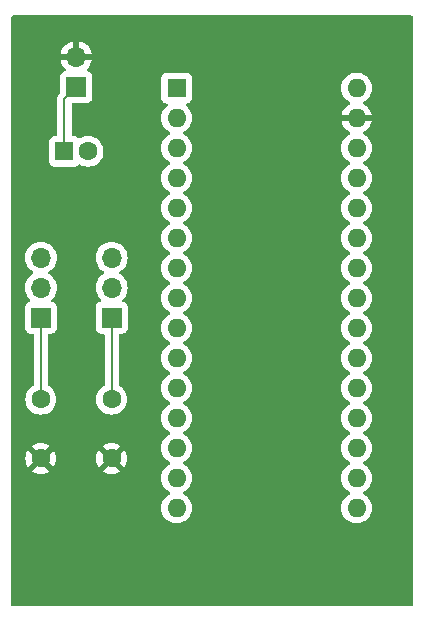
<source format=gbl>
G04 #@! TF.GenerationSoftware,KiCad,Pcbnew,8.0.4*
G04 #@! TF.CreationDate,2024-10-22T19:27:37-07:00*
G04 #@! TF.ProjectId,Valve,56616c76-652e-46b6-9963-61645f706362,rev?*
G04 #@! TF.SameCoordinates,Original*
G04 #@! TF.FileFunction,Copper,L4,Bot*
G04 #@! TF.FilePolarity,Positive*
%FSLAX46Y46*%
G04 Gerber Fmt 4.6, Leading zero omitted, Abs format (unit mm)*
G04 Created by KiCad (PCBNEW 8.0.4) date 2024-10-22 19:27:37*
%MOMM*%
%LPD*%
G01*
G04 APERTURE LIST*
G04 #@! TA.AperFunction,ComponentPad*
%ADD10R,1.700000X1.700000*%
G04 #@! TD*
G04 #@! TA.AperFunction,ComponentPad*
%ADD11O,1.700000X1.700000*%
G04 #@! TD*
G04 #@! TA.AperFunction,ComponentPad*
%ADD12C,1.600000*%
G04 #@! TD*
G04 #@! TA.AperFunction,ComponentPad*
%ADD13R,1.600000X1.600000*%
G04 #@! TD*
G04 #@! TA.AperFunction,ComponentPad*
%ADD14O,1.600000X1.600000*%
G04 #@! TD*
G04 #@! TA.AperFunction,Conductor*
%ADD15C,0.200000*%
G04 #@! TD*
G04 APERTURE END LIST*
D10*
X129000000Y-101080000D03*
D11*
X129000000Y-98540000D03*
X129000000Y-96000000D03*
D12*
X135000000Y-108000000D03*
X135000000Y-113000000D03*
D13*
X131000000Y-87000000D03*
D12*
X133000000Y-87000000D03*
X129000000Y-108000000D03*
X129000000Y-113000000D03*
D10*
X135000000Y-101080000D03*
D11*
X135000000Y-98540000D03*
X135000000Y-96000000D03*
D14*
X155740000Y-81640000D03*
X155740000Y-84180000D03*
X155740000Y-86720000D03*
X155740000Y-89260000D03*
X155740000Y-91800000D03*
X155740000Y-94340000D03*
X155740000Y-96880000D03*
X155740000Y-99420000D03*
X155740000Y-101960000D03*
X155740000Y-104500000D03*
X155740000Y-107040000D03*
X155740000Y-109580000D03*
X155740000Y-112120000D03*
X155740000Y-114660000D03*
X155740000Y-117200000D03*
X140500000Y-117200000D03*
X140500000Y-114660000D03*
X140500000Y-112120000D03*
X140500000Y-109580000D03*
X140500000Y-107040000D03*
X140500000Y-104500000D03*
X140500000Y-101960000D03*
X140500000Y-99420000D03*
X140500000Y-96880000D03*
X140500000Y-94340000D03*
X140500000Y-91800000D03*
X140500000Y-89260000D03*
X140500000Y-86720000D03*
X140500000Y-84180000D03*
D13*
X140500000Y-81640000D03*
D10*
X132000000Y-81540000D03*
D11*
X132000000Y-79000000D03*
D15*
X131000000Y-87000000D02*
X131000000Y-82540000D01*
X131000000Y-82540000D02*
X132000000Y-81540000D01*
X129000000Y-101080000D02*
X129000000Y-108000000D01*
X135000000Y-101080000D02*
X135000000Y-108000000D01*
G04 #@! TA.AperFunction,Conductor*
G36*
X160442539Y-75520185D02*
G01*
X160488294Y-75572989D01*
X160499500Y-75624500D01*
X160499500Y-125375500D01*
X160479815Y-125442539D01*
X160427011Y-125488294D01*
X160375500Y-125499500D01*
X126624500Y-125499500D01*
X126557461Y-125479815D01*
X126511706Y-125427011D01*
X126500500Y-125375500D01*
X126500500Y-112999997D01*
X127695034Y-112999997D01*
X127695034Y-113000002D01*
X127714858Y-113226599D01*
X127714860Y-113226610D01*
X127773730Y-113446317D01*
X127773735Y-113446331D01*
X127869863Y-113652478D01*
X127920974Y-113725472D01*
X128600000Y-113046446D01*
X128600000Y-113052661D01*
X128627259Y-113154394D01*
X128679920Y-113245606D01*
X128754394Y-113320080D01*
X128845606Y-113372741D01*
X128947339Y-113400000D01*
X128953553Y-113400000D01*
X128274526Y-114079025D01*
X128347513Y-114130132D01*
X128347521Y-114130136D01*
X128553668Y-114226264D01*
X128553682Y-114226269D01*
X128773389Y-114285139D01*
X128773400Y-114285141D01*
X128999998Y-114304966D01*
X129000002Y-114304966D01*
X129226599Y-114285141D01*
X129226610Y-114285139D01*
X129446317Y-114226269D01*
X129446331Y-114226264D01*
X129652478Y-114130136D01*
X129725471Y-114079024D01*
X129046447Y-113400000D01*
X129052661Y-113400000D01*
X129154394Y-113372741D01*
X129245606Y-113320080D01*
X129320080Y-113245606D01*
X129372741Y-113154394D01*
X129400000Y-113052661D01*
X129400000Y-113046447D01*
X130079024Y-113725471D01*
X130130136Y-113652478D01*
X130226264Y-113446331D01*
X130226269Y-113446317D01*
X130285139Y-113226610D01*
X130285141Y-113226599D01*
X130304966Y-113000002D01*
X130304966Y-112999997D01*
X133695034Y-112999997D01*
X133695034Y-113000002D01*
X133714858Y-113226599D01*
X133714860Y-113226610D01*
X133773730Y-113446317D01*
X133773735Y-113446331D01*
X133869863Y-113652478D01*
X133920974Y-113725472D01*
X134600000Y-113046446D01*
X134600000Y-113052661D01*
X134627259Y-113154394D01*
X134679920Y-113245606D01*
X134754394Y-113320080D01*
X134845606Y-113372741D01*
X134947339Y-113400000D01*
X134953553Y-113400000D01*
X134274526Y-114079025D01*
X134347513Y-114130132D01*
X134347521Y-114130136D01*
X134553668Y-114226264D01*
X134553682Y-114226269D01*
X134773389Y-114285139D01*
X134773400Y-114285141D01*
X134999998Y-114304966D01*
X135000002Y-114304966D01*
X135226599Y-114285141D01*
X135226610Y-114285139D01*
X135446317Y-114226269D01*
X135446331Y-114226264D01*
X135652478Y-114130136D01*
X135725471Y-114079024D01*
X135046447Y-113400000D01*
X135052661Y-113400000D01*
X135154394Y-113372741D01*
X135245606Y-113320080D01*
X135320080Y-113245606D01*
X135372741Y-113154394D01*
X135400000Y-113052661D01*
X135400000Y-113046447D01*
X136079024Y-113725471D01*
X136130136Y-113652478D01*
X136226264Y-113446331D01*
X136226269Y-113446317D01*
X136285139Y-113226610D01*
X136285141Y-113226599D01*
X136304966Y-113000002D01*
X136304966Y-112999997D01*
X136285141Y-112773400D01*
X136285139Y-112773389D01*
X136226269Y-112553682D01*
X136226264Y-112553668D01*
X136130136Y-112347521D01*
X136130132Y-112347513D01*
X136079025Y-112274526D01*
X135400000Y-112953551D01*
X135400000Y-112947339D01*
X135372741Y-112845606D01*
X135320080Y-112754394D01*
X135245606Y-112679920D01*
X135154394Y-112627259D01*
X135052661Y-112600000D01*
X135046448Y-112600000D01*
X135725472Y-111920974D01*
X135652478Y-111869863D01*
X135446331Y-111773735D01*
X135446317Y-111773730D01*
X135226610Y-111714860D01*
X135226599Y-111714858D01*
X135000002Y-111695034D01*
X134999998Y-111695034D01*
X134773400Y-111714858D01*
X134773389Y-111714860D01*
X134553682Y-111773730D01*
X134553673Y-111773734D01*
X134347516Y-111869866D01*
X134347512Y-111869868D01*
X134274526Y-111920973D01*
X134274526Y-111920974D01*
X134953553Y-112600000D01*
X134947339Y-112600000D01*
X134845606Y-112627259D01*
X134754394Y-112679920D01*
X134679920Y-112754394D01*
X134627259Y-112845606D01*
X134600000Y-112947339D01*
X134600000Y-112953552D01*
X133920974Y-112274526D01*
X133920973Y-112274526D01*
X133869868Y-112347512D01*
X133869866Y-112347516D01*
X133773734Y-112553673D01*
X133773730Y-112553682D01*
X133714860Y-112773389D01*
X133714858Y-112773400D01*
X133695034Y-112999997D01*
X130304966Y-112999997D01*
X130285141Y-112773400D01*
X130285139Y-112773389D01*
X130226269Y-112553682D01*
X130226264Y-112553668D01*
X130130136Y-112347521D01*
X130130132Y-112347513D01*
X130079025Y-112274526D01*
X129400000Y-112953551D01*
X129400000Y-112947339D01*
X129372741Y-112845606D01*
X129320080Y-112754394D01*
X129245606Y-112679920D01*
X129154394Y-112627259D01*
X129052661Y-112600000D01*
X129046448Y-112600000D01*
X129725472Y-111920974D01*
X129652478Y-111869863D01*
X129446331Y-111773735D01*
X129446317Y-111773730D01*
X129226610Y-111714860D01*
X129226599Y-111714858D01*
X129000002Y-111695034D01*
X128999998Y-111695034D01*
X128773400Y-111714858D01*
X128773389Y-111714860D01*
X128553682Y-111773730D01*
X128553673Y-111773734D01*
X128347516Y-111869866D01*
X128347512Y-111869868D01*
X128274526Y-111920973D01*
X128274526Y-111920974D01*
X128953553Y-112600000D01*
X128947339Y-112600000D01*
X128845606Y-112627259D01*
X128754394Y-112679920D01*
X128679920Y-112754394D01*
X128627259Y-112845606D01*
X128600000Y-112947339D01*
X128600000Y-112953552D01*
X127920974Y-112274526D01*
X127920973Y-112274526D01*
X127869868Y-112347512D01*
X127869866Y-112347516D01*
X127773734Y-112553673D01*
X127773730Y-112553682D01*
X127714860Y-112773389D01*
X127714858Y-112773400D01*
X127695034Y-112999997D01*
X126500500Y-112999997D01*
X126500500Y-95999999D01*
X127644341Y-95999999D01*
X127644341Y-96000000D01*
X127664936Y-96235403D01*
X127664938Y-96235413D01*
X127726094Y-96463655D01*
X127726096Y-96463659D01*
X127726097Y-96463663D01*
X127814527Y-96653302D01*
X127825965Y-96677830D01*
X127825967Y-96677834D01*
X127961501Y-96871395D01*
X127961506Y-96871402D01*
X128128597Y-97038493D01*
X128128603Y-97038498D01*
X128314158Y-97168425D01*
X128357783Y-97223002D01*
X128364977Y-97292500D01*
X128333454Y-97354855D01*
X128314158Y-97371575D01*
X128128597Y-97501505D01*
X127961505Y-97668597D01*
X127825965Y-97862169D01*
X127825964Y-97862171D01*
X127726098Y-98076335D01*
X127726094Y-98076344D01*
X127664938Y-98304586D01*
X127664936Y-98304596D01*
X127644341Y-98539999D01*
X127644341Y-98540000D01*
X127664936Y-98775403D01*
X127664938Y-98775413D01*
X127726094Y-99003655D01*
X127726096Y-99003659D01*
X127726097Y-99003663D01*
X127814527Y-99193302D01*
X127825965Y-99217830D01*
X127825967Y-99217834D01*
X127934281Y-99372521D01*
X127961501Y-99411396D01*
X127961506Y-99411402D01*
X128083430Y-99533326D01*
X128116915Y-99594649D01*
X128111931Y-99664341D01*
X128070059Y-99720274D01*
X128039083Y-99737189D01*
X127907669Y-99786203D01*
X127907664Y-99786206D01*
X127792455Y-99872452D01*
X127792452Y-99872455D01*
X127706206Y-99987664D01*
X127706202Y-99987671D01*
X127655908Y-100122517D01*
X127649501Y-100182116D01*
X127649501Y-100182123D01*
X127649500Y-100182135D01*
X127649500Y-101977870D01*
X127649501Y-101977876D01*
X127655908Y-102037483D01*
X127706202Y-102172328D01*
X127706206Y-102172335D01*
X127792452Y-102287544D01*
X127792455Y-102287547D01*
X127907664Y-102373793D01*
X127907671Y-102373797D01*
X127952618Y-102390561D01*
X128042517Y-102424091D01*
X128102127Y-102430500D01*
X128275500Y-102430499D01*
X128342539Y-102450183D01*
X128388294Y-102502987D01*
X128399500Y-102554499D01*
X128399500Y-106768306D01*
X128379815Y-106835345D01*
X128346623Y-106869881D01*
X128160859Y-106999953D01*
X127999954Y-107160858D01*
X127869432Y-107347265D01*
X127869431Y-107347267D01*
X127773261Y-107553502D01*
X127773258Y-107553511D01*
X127714366Y-107773302D01*
X127714364Y-107773313D01*
X127694532Y-107999998D01*
X127694532Y-108000001D01*
X127714364Y-108226686D01*
X127714366Y-108226697D01*
X127773258Y-108446488D01*
X127773261Y-108446497D01*
X127869431Y-108652732D01*
X127869432Y-108652734D01*
X127999954Y-108839141D01*
X128160858Y-109000045D01*
X128160861Y-109000047D01*
X128347266Y-109130568D01*
X128553504Y-109226739D01*
X128773308Y-109285635D01*
X128935230Y-109299801D01*
X128999998Y-109305468D01*
X129000000Y-109305468D01*
X129000002Y-109305468D01*
X129056673Y-109300509D01*
X129226692Y-109285635D01*
X129446496Y-109226739D01*
X129652734Y-109130568D01*
X129839139Y-109000047D01*
X130000047Y-108839139D01*
X130130568Y-108652734D01*
X130226739Y-108446496D01*
X130285635Y-108226692D01*
X130305468Y-108000000D01*
X130285635Y-107773308D01*
X130226739Y-107553504D01*
X130130568Y-107347266D01*
X130000047Y-107160861D01*
X130000045Y-107160858D01*
X129839140Y-106999953D01*
X129653377Y-106869881D01*
X129609752Y-106815304D01*
X129600500Y-106768306D01*
X129600500Y-102554499D01*
X129620185Y-102487460D01*
X129672989Y-102441705D01*
X129724500Y-102430499D01*
X129897871Y-102430499D01*
X129897872Y-102430499D01*
X129957483Y-102424091D01*
X130092331Y-102373796D01*
X130207546Y-102287546D01*
X130293796Y-102172331D01*
X130344091Y-102037483D01*
X130350500Y-101977873D01*
X130350499Y-100182128D01*
X130344091Y-100122517D01*
X130325522Y-100072732D01*
X130293797Y-99987671D01*
X130293793Y-99987664D01*
X130207547Y-99872455D01*
X130207544Y-99872452D01*
X130092335Y-99786206D01*
X130092328Y-99786202D01*
X129960917Y-99737189D01*
X129904983Y-99695318D01*
X129880566Y-99629853D01*
X129895418Y-99561580D01*
X129916563Y-99533332D01*
X130038495Y-99411401D01*
X130174035Y-99217830D01*
X130273903Y-99003663D01*
X130335063Y-98775408D01*
X130355659Y-98540000D01*
X130335063Y-98304592D01*
X130273903Y-98076337D01*
X130174035Y-97862171D01*
X130073884Y-97719139D01*
X130038494Y-97668597D01*
X129871402Y-97501506D01*
X129871396Y-97501501D01*
X129685842Y-97371575D01*
X129642217Y-97316998D01*
X129635023Y-97247500D01*
X129666546Y-97185145D01*
X129685842Y-97168425D01*
X129708026Y-97152891D01*
X129871401Y-97038495D01*
X130038495Y-96871401D01*
X130174035Y-96677830D01*
X130273903Y-96463663D01*
X130335063Y-96235408D01*
X130355659Y-96000000D01*
X130355659Y-95999999D01*
X133644341Y-95999999D01*
X133644341Y-96000000D01*
X133664936Y-96235403D01*
X133664938Y-96235413D01*
X133726094Y-96463655D01*
X133726096Y-96463659D01*
X133726097Y-96463663D01*
X133814527Y-96653302D01*
X133825965Y-96677830D01*
X133825967Y-96677834D01*
X133961501Y-96871395D01*
X133961506Y-96871402D01*
X134128597Y-97038493D01*
X134128603Y-97038498D01*
X134314158Y-97168425D01*
X134357783Y-97223002D01*
X134364977Y-97292500D01*
X134333454Y-97354855D01*
X134314158Y-97371575D01*
X134128597Y-97501505D01*
X133961505Y-97668597D01*
X133825965Y-97862169D01*
X133825964Y-97862171D01*
X133726098Y-98076335D01*
X133726094Y-98076344D01*
X133664938Y-98304586D01*
X133664936Y-98304596D01*
X133644341Y-98539999D01*
X133644341Y-98540000D01*
X133664936Y-98775403D01*
X133664938Y-98775413D01*
X133726094Y-99003655D01*
X133726096Y-99003659D01*
X133726097Y-99003663D01*
X133814527Y-99193302D01*
X133825965Y-99217830D01*
X133825967Y-99217834D01*
X133934281Y-99372521D01*
X133961501Y-99411396D01*
X133961506Y-99411402D01*
X134083430Y-99533326D01*
X134116915Y-99594649D01*
X134111931Y-99664341D01*
X134070059Y-99720274D01*
X134039083Y-99737189D01*
X133907669Y-99786203D01*
X133907664Y-99786206D01*
X133792455Y-99872452D01*
X133792452Y-99872455D01*
X133706206Y-99987664D01*
X133706202Y-99987671D01*
X133655908Y-100122517D01*
X133649501Y-100182116D01*
X133649501Y-100182123D01*
X133649500Y-100182135D01*
X133649500Y-101977870D01*
X133649501Y-101977876D01*
X133655908Y-102037483D01*
X133706202Y-102172328D01*
X133706206Y-102172335D01*
X133792452Y-102287544D01*
X133792455Y-102287547D01*
X133907664Y-102373793D01*
X133907671Y-102373797D01*
X133952618Y-102390561D01*
X134042517Y-102424091D01*
X134102127Y-102430500D01*
X134275500Y-102430499D01*
X134342539Y-102450183D01*
X134388294Y-102502987D01*
X134399500Y-102554499D01*
X134399500Y-106768306D01*
X134379815Y-106835345D01*
X134346623Y-106869881D01*
X134160859Y-106999953D01*
X133999954Y-107160858D01*
X133869432Y-107347265D01*
X133869431Y-107347267D01*
X133773261Y-107553502D01*
X133773258Y-107553511D01*
X133714366Y-107773302D01*
X133714364Y-107773313D01*
X133694532Y-107999998D01*
X133694532Y-108000001D01*
X133714364Y-108226686D01*
X133714366Y-108226697D01*
X133773258Y-108446488D01*
X133773261Y-108446497D01*
X133869431Y-108652732D01*
X133869432Y-108652734D01*
X133999954Y-108839141D01*
X134160858Y-109000045D01*
X134160861Y-109000047D01*
X134347266Y-109130568D01*
X134553504Y-109226739D01*
X134773308Y-109285635D01*
X134935230Y-109299801D01*
X134999998Y-109305468D01*
X135000000Y-109305468D01*
X135000002Y-109305468D01*
X135056673Y-109300509D01*
X135226692Y-109285635D01*
X135446496Y-109226739D01*
X135652734Y-109130568D01*
X135839139Y-109000047D01*
X136000047Y-108839139D01*
X136130568Y-108652734D01*
X136226739Y-108446496D01*
X136285635Y-108226692D01*
X136305468Y-108000000D01*
X136285635Y-107773308D01*
X136226739Y-107553504D01*
X136130568Y-107347266D01*
X136000047Y-107160861D01*
X136000045Y-107160858D01*
X135839140Y-106999953D01*
X135653377Y-106869881D01*
X135609752Y-106815304D01*
X135600500Y-106768306D01*
X135600500Y-102554499D01*
X135620185Y-102487460D01*
X135672989Y-102441705D01*
X135724500Y-102430499D01*
X135897871Y-102430499D01*
X135897872Y-102430499D01*
X135957483Y-102424091D01*
X136092331Y-102373796D01*
X136207546Y-102287546D01*
X136293796Y-102172331D01*
X136344091Y-102037483D01*
X136350500Y-101977873D01*
X136350499Y-100182128D01*
X136344091Y-100122517D01*
X136325522Y-100072732D01*
X136293797Y-99987671D01*
X136293793Y-99987664D01*
X136207547Y-99872455D01*
X136207544Y-99872452D01*
X136092335Y-99786206D01*
X136092328Y-99786202D01*
X135960917Y-99737189D01*
X135904983Y-99695318D01*
X135880566Y-99629853D01*
X135895418Y-99561580D01*
X135916563Y-99533332D01*
X136038495Y-99411401D01*
X136174035Y-99217830D01*
X136273903Y-99003663D01*
X136335063Y-98775408D01*
X136355659Y-98540000D01*
X136335063Y-98304592D01*
X136273903Y-98076337D01*
X136174035Y-97862171D01*
X136073884Y-97719139D01*
X136038494Y-97668597D01*
X135871402Y-97501506D01*
X135871396Y-97501501D01*
X135685842Y-97371575D01*
X135642217Y-97316998D01*
X135635023Y-97247500D01*
X135666546Y-97185145D01*
X135685842Y-97168425D01*
X135708026Y-97152891D01*
X135871401Y-97038495D01*
X136038495Y-96871401D01*
X136174035Y-96677830D01*
X136273903Y-96463663D01*
X136335063Y-96235408D01*
X136355659Y-96000000D01*
X136335063Y-95764592D01*
X136273903Y-95536337D01*
X136174035Y-95322171D01*
X136073884Y-95179139D01*
X136038494Y-95128597D01*
X135871402Y-94961506D01*
X135871395Y-94961501D01*
X135677834Y-94825967D01*
X135677830Y-94825965D01*
X135677828Y-94825964D01*
X135463663Y-94726097D01*
X135463659Y-94726096D01*
X135463655Y-94726094D01*
X135235413Y-94664938D01*
X135235403Y-94664936D01*
X135000001Y-94644341D01*
X134999999Y-94644341D01*
X134764596Y-94664936D01*
X134764586Y-94664938D01*
X134536344Y-94726094D01*
X134536335Y-94726098D01*
X134322171Y-94825964D01*
X134322169Y-94825965D01*
X134128597Y-94961505D01*
X133961505Y-95128597D01*
X133825965Y-95322169D01*
X133825964Y-95322171D01*
X133726098Y-95536335D01*
X133726094Y-95536344D01*
X133664938Y-95764586D01*
X133664936Y-95764596D01*
X133644341Y-95999999D01*
X130355659Y-95999999D01*
X130335063Y-95764592D01*
X130273903Y-95536337D01*
X130174035Y-95322171D01*
X130073884Y-95179139D01*
X130038494Y-95128597D01*
X129871402Y-94961506D01*
X129871395Y-94961501D01*
X129677834Y-94825967D01*
X129677830Y-94825965D01*
X129677828Y-94825964D01*
X129463663Y-94726097D01*
X129463659Y-94726096D01*
X129463655Y-94726094D01*
X129235413Y-94664938D01*
X129235403Y-94664936D01*
X129000001Y-94644341D01*
X128999999Y-94644341D01*
X128764596Y-94664936D01*
X128764586Y-94664938D01*
X128536344Y-94726094D01*
X128536335Y-94726098D01*
X128322171Y-94825964D01*
X128322169Y-94825965D01*
X128128597Y-94961505D01*
X127961505Y-95128597D01*
X127825965Y-95322169D01*
X127825964Y-95322171D01*
X127726098Y-95536335D01*
X127726094Y-95536344D01*
X127664938Y-95764586D01*
X127664936Y-95764596D01*
X127644341Y-95999999D01*
X126500500Y-95999999D01*
X126500500Y-86152135D01*
X129699500Y-86152135D01*
X129699501Y-87847862D01*
X129699501Y-87847876D01*
X129705908Y-87907483D01*
X129756202Y-88042328D01*
X129756206Y-88042335D01*
X129842452Y-88157544D01*
X129842455Y-88157547D01*
X129957664Y-88243793D01*
X129957671Y-88243797D01*
X130092517Y-88294091D01*
X130092516Y-88294091D01*
X130099444Y-88294835D01*
X130152127Y-88300500D01*
X131847872Y-88300499D01*
X131907483Y-88294091D01*
X132042331Y-88243796D01*
X132157546Y-88157546D01*
X132164051Y-88148856D01*
X132219982Y-88106984D01*
X132289673Y-88101997D01*
X132334442Y-88121589D01*
X132347264Y-88130567D01*
X132347266Y-88130568D01*
X132553504Y-88226739D01*
X132773308Y-88285635D01*
X132935230Y-88299801D01*
X132999998Y-88305468D01*
X133000000Y-88305468D01*
X133000002Y-88305468D01*
X133056807Y-88300498D01*
X133226692Y-88285635D01*
X133446496Y-88226739D01*
X133652734Y-88130568D01*
X133839139Y-88000047D01*
X134000047Y-87839139D01*
X134130568Y-87652734D01*
X134226739Y-87446496D01*
X134285635Y-87226692D01*
X134305468Y-87000000D01*
X134285635Y-86773308D01*
X134226739Y-86553504D01*
X134130568Y-86347266D01*
X134000047Y-86160861D01*
X134000045Y-86160858D01*
X133839141Y-85999954D01*
X133652734Y-85869432D01*
X133652732Y-85869431D01*
X133446497Y-85773261D01*
X133446488Y-85773258D01*
X133226697Y-85714366D01*
X133226693Y-85714365D01*
X133226692Y-85714365D01*
X133226691Y-85714364D01*
X133226686Y-85714364D01*
X133000002Y-85694532D01*
X132999998Y-85694532D01*
X132773313Y-85714364D01*
X132773302Y-85714366D01*
X132553511Y-85773258D01*
X132553502Y-85773261D01*
X132347267Y-85869431D01*
X132347262Y-85869434D01*
X132334435Y-85878415D01*
X132268227Y-85900738D01*
X132200461Y-85883722D01*
X132164052Y-85851145D01*
X132157546Y-85842454D01*
X132157545Y-85842453D01*
X132157544Y-85842452D01*
X132042335Y-85756206D01*
X132042328Y-85756202D01*
X131907482Y-85705908D01*
X131907483Y-85705908D01*
X131847883Y-85699501D01*
X131847881Y-85699500D01*
X131847873Y-85699500D01*
X131847865Y-85699500D01*
X131724500Y-85699500D01*
X131657461Y-85679815D01*
X131611706Y-85627011D01*
X131600500Y-85575500D01*
X131600500Y-84179998D01*
X139194532Y-84179998D01*
X139194532Y-84180001D01*
X139214364Y-84406686D01*
X139214366Y-84406697D01*
X139273258Y-84626488D01*
X139273261Y-84626497D01*
X139369431Y-84832732D01*
X139369432Y-84832734D01*
X139499954Y-85019141D01*
X139660858Y-85180045D01*
X139660861Y-85180047D01*
X139847266Y-85310568D01*
X139904681Y-85337341D01*
X139905275Y-85337618D01*
X139957714Y-85383791D01*
X139976866Y-85450984D01*
X139956650Y-85517865D01*
X139905275Y-85562382D01*
X139847267Y-85589431D01*
X139847265Y-85589432D01*
X139660858Y-85719954D01*
X139499954Y-85880858D01*
X139369432Y-86067265D01*
X139369431Y-86067267D01*
X139273261Y-86273502D01*
X139273258Y-86273511D01*
X139214366Y-86493302D01*
X139214364Y-86493313D01*
X139194532Y-86719998D01*
X139194532Y-86720001D01*
X139214364Y-86946686D01*
X139214366Y-86946697D01*
X139273258Y-87166488D01*
X139273261Y-87166497D01*
X139369431Y-87372732D01*
X139369432Y-87372734D01*
X139499954Y-87559141D01*
X139660858Y-87720045D01*
X139660861Y-87720047D01*
X139847266Y-87850568D01*
X139905275Y-87877618D01*
X139957714Y-87923791D01*
X139976866Y-87990984D01*
X139956650Y-88057865D01*
X139905275Y-88102382D01*
X139847267Y-88129431D01*
X139847265Y-88129432D01*
X139660858Y-88259954D01*
X139499954Y-88420858D01*
X139369432Y-88607265D01*
X139369431Y-88607267D01*
X139273261Y-88813502D01*
X139273258Y-88813511D01*
X139214366Y-89033302D01*
X139214364Y-89033313D01*
X139194532Y-89259998D01*
X139194532Y-89260001D01*
X139214364Y-89486686D01*
X139214366Y-89486697D01*
X139273258Y-89706488D01*
X139273261Y-89706497D01*
X139369431Y-89912732D01*
X139369432Y-89912734D01*
X139499954Y-90099141D01*
X139660858Y-90260045D01*
X139660861Y-90260047D01*
X139847266Y-90390568D01*
X139905275Y-90417618D01*
X139957714Y-90463791D01*
X139976866Y-90530984D01*
X139956650Y-90597865D01*
X139905275Y-90642382D01*
X139847267Y-90669431D01*
X139847265Y-90669432D01*
X139660858Y-90799954D01*
X139499954Y-90960858D01*
X139369432Y-91147265D01*
X139369431Y-91147267D01*
X139273261Y-91353502D01*
X139273258Y-91353511D01*
X139214366Y-91573302D01*
X139214364Y-91573313D01*
X139194532Y-91799998D01*
X139194532Y-91800001D01*
X139214364Y-92026686D01*
X139214366Y-92026697D01*
X139273258Y-92246488D01*
X139273261Y-92246497D01*
X139369431Y-92452732D01*
X139369432Y-92452734D01*
X139499954Y-92639141D01*
X139660858Y-92800045D01*
X139660861Y-92800047D01*
X139847266Y-92930568D01*
X139905275Y-92957618D01*
X139957714Y-93003791D01*
X139976866Y-93070984D01*
X139956650Y-93137865D01*
X139905275Y-93182382D01*
X139847267Y-93209431D01*
X139847265Y-93209432D01*
X139660858Y-93339954D01*
X139499954Y-93500858D01*
X139369432Y-93687265D01*
X139369431Y-93687267D01*
X139273261Y-93893502D01*
X139273258Y-93893511D01*
X139214366Y-94113302D01*
X139214364Y-94113313D01*
X139194532Y-94339998D01*
X139194532Y-94340001D01*
X139214364Y-94566686D01*
X139214366Y-94566697D01*
X139273258Y-94786488D01*
X139273261Y-94786497D01*
X139369431Y-94992732D01*
X139369432Y-94992734D01*
X139499954Y-95179141D01*
X139660858Y-95340045D01*
X139660861Y-95340047D01*
X139847266Y-95470568D01*
X139905275Y-95497618D01*
X139957714Y-95543791D01*
X139976866Y-95610984D01*
X139956650Y-95677865D01*
X139905275Y-95722382D01*
X139847267Y-95749431D01*
X139847265Y-95749432D01*
X139660858Y-95879954D01*
X139499954Y-96040858D01*
X139369432Y-96227265D01*
X139369431Y-96227267D01*
X139273261Y-96433502D01*
X139273258Y-96433511D01*
X139214366Y-96653302D01*
X139214364Y-96653313D01*
X139194532Y-96879998D01*
X139194532Y-96880001D01*
X139214364Y-97106686D01*
X139214366Y-97106697D01*
X139273258Y-97326488D01*
X139273261Y-97326497D01*
X139369431Y-97532732D01*
X139369432Y-97532734D01*
X139499954Y-97719141D01*
X139660858Y-97880045D01*
X139660861Y-97880047D01*
X139847266Y-98010568D01*
X139905275Y-98037618D01*
X139957714Y-98083791D01*
X139976866Y-98150984D01*
X139956650Y-98217865D01*
X139905275Y-98262382D01*
X139847267Y-98289431D01*
X139847265Y-98289432D01*
X139660858Y-98419954D01*
X139499954Y-98580858D01*
X139369432Y-98767265D01*
X139369431Y-98767267D01*
X139273261Y-98973502D01*
X139273258Y-98973511D01*
X139214366Y-99193302D01*
X139214364Y-99193313D01*
X139194532Y-99419998D01*
X139194532Y-99420001D01*
X139214364Y-99646686D01*
X139214366Y-99646697D01*
X139273258Y-99866488D01*
X139273261Y-99866497D01*
X139369431Y-100072732D01*
X139369432Y-100072734D01*
X139499954Y-100259141D01*
X139660858Y-100420045D01*
X139660861Y-100420047D01*
X139847266Y-100550568D01*
X139905275Y-100577618D01*
X139957714Y-100623791D01*
X139976866Y-100690984D01*
X139956650Y-100757865D01*
X139905275Y-100802382D01*
X139847267Y-100829431D01*
X139847265Y-100829432D01*
X139660858Y-100959954D01*
X139499954Y-101120858D01*
X139369432Y-101307265D01*
X139369431Y-101307267D01*
X139273261Y-101513502D01*
X139273258Y-101513511D01*
X139214366Y-101733302D01*
X139214364Y-101733313D01*
X139194532Y-101959998D01*
X139194532Y-101960001D01*
X139214364Y-102186686D01*
X139214366Y-102186697D01*
X139273258Y-102406488D01*
X139273261Y-102406497D01*
X139369431Y-102612732D01*
X139369432Y-102612734D01*
X139499954Y-102799141D01*
X139660858Y-102960045D01*
X139660861Y-102960047D01*
X139847266Y-103090568D01*
X139905275Y-103117618D01*
X139957714Y-103163791D01*
X139976866Y-103230984D01*
X139956650Y-103297865D01*
X139905275Y-103342382D01*
X139847267Y-103369431D01*
X139847265Y-103369432D01*
X139660858Y-103499954D01*
X139499954Y-103660858D01*
X139369432Y-103847265D01*
X139369431Y-103847267D01*
X139273261Y-104053502D01*
X139273258Y-104053511D01*
X139214366Y-104273302D01*
X139214364Y-104273313D01*
X139194532Y-104499998D01*
X139194532Y-104500001D01*
X139214364Y-104726686D01*
X139214366Y-104726697D01*
X139273258Y-104946488D01*
X139273261Y-104946497D01*
X139369431Y-105152732D01*
X139369432Y-105152734D01*
X139499954Y-105339141D01*
X139660858Y-105500045D01*
X139660861Y-105500047D01*
X139847266Y-105630568D01*
X139905275Y-105657618D01*
X139957714Y-105703791D01*
X139976866Y-105770984D01*
X139956650Y-105837865D01*
X139905275Y-105882382D01*
X139847267Y-105909431D01*
X139847265Y-105909432D01*
X139660858Y-106039954D01*
X139499954Y-106200858D01*
X139369432Y-106387265D01*
X139369431Y-106387267D01*
X139273261Y-106593502D01*
X139273258Y-106593511D01*
X139214366Y-106813302D01*
X139214364Y-106813313D01*
X139194532Y-107039998D01*
X139194532Y-107040001D01*
X139214364Y-107266686D01*
X139214366Y-107266697D01*
X139273258Y-107486488D01*
X139273261Y-107486497D01*
X139369431Y-107692732D01*
X139369432Y-107692734D01*
X139499954Y-107879141D01*
X139660858Y-108040045D01*
X139660861Y-108040047D01*
X139847266Y-108170568D01*
X139905275Y-108197618D01*
X139957714Y-108243791D01*
X139976866Y-108310984D01*
X139956650Y-108377865D01*
X139905275Y-108422382D01*
X139847267Y-108449431D01*
X139847265Y-108449432D01*
X139660858Y-108579954D01*
X139499954Y-108740858D01*
X139369432Y-108927265D01*
X139369431Y-108927267D01*
X139273261Y-109133502D01*
X139273258Y-109133511D01*
X139214366Y-109353302D01*
X139214364Y-109353313D01*
X139194532Y-109579998D01*
X139194532Y-109580001D01*
X139214364Y-109806686D01*
X139214366Y-109806697D01*
X139273258Y-110026488D01*
X139273261Y-110026497D01*
X139369431Y-110232732D01*
X139369432Y-110232734D01*
X139499954Y-110419141D01*
X139660858Y-110580045D01*
X139660861Y-110580047D01*
X139847266Y-110710568D01*
X139905275Y-110737618D01*
X139957714Y-110783791D01*
X139976866Y-110850984D01*
X139956650Y-110917865D01*
X139905275Y-110962382D01*
X139847267Y-110989431D01*
X139847265Y-110989432D01*
X139660858Y-111119954D01*
X139499954Y-111280858D01*
X139369432Y-111467265D01*
X139369431Y-111467267D01*
X139273261Y-111673502D01*
X139273258Y-111673511D01*
X139214366Y-111893302D01*
X139214364Y-111893313D01*
X139194532Y-112119998D01*
X139194532Y-112120001D01*
X139214364Y-112346686D01*
X139214366Y-112346697D01*
X139273258Y-112566488D01*
X139273261Y-112566497D01*
X139369431Y-112772732D01*
X139369432Y-112772734D01*
X139499954Y-112959141D01*
X139660858Y-113120045D01*
X139660861Y-113120047D01*
X139847266Y-113250568D01*
X139905275Y-113277618D01*
X139957714Y-113323791D01*
X139976866Y-113390984D01*
X139956650Y-113457865D01*
X139905275Y-113502382D01*
X139847267Y-113529431D01*
X139847265Y-113529432D01*
X139660858Y-113659954D01*
X139499954Y-113820858D01*
X139369432Y-114007265D01*
X139369431Y-114007267D01*
X139273261Y-114213502D01*
X139273258Y-114213511D01*
X139214366Y-114433302D01*
X139214364Y-114433313D01*
X139194532Y-114659998D01*
X139194532Y-114660001D01*
X139214364Y-114886686D01*
X139214366Y-114886697D01*
X139273258Y-115106488D01*
X139273261Y-115106497D01*
X139369431Y-115312732D01*
X139369432Y-115312734D01*
X139499954Y-115499141D01*
X139660858Y-115660045D01*
X139660861Y-115660047D01*
X139847266Y-115790568D01*
X139905275Y-115817618D01*
X139957714Y-115863791D01*
X139976866Y-115930984D01*
X139956650Y-115997865D01*
X139905275Y-116042382D01*
X139847267Y-116069431D01*
X139847265Y-116069432D01*
X139660858Y-116199954D01*
X139499954Y-116360858D01*
X139369432Y-116547265D01*
X139369431Y-116547267D01*
X139273261Y-116753502D01*
X139273258Y-116753511D01*
X139214366Y-116973302D01*
X139214364Y-116973313D01*
X139194532Y-117199998D01*
X139194532Y-117200001D01*
X139214364Y-117426686D01*
X139214366Y-117426697D01*
X139273258Y-117646488D01*
X139273261Y-117646497D01*
X139369431Y-117852732D01*
X139369432Y-117852734D01*
X139499954Y-118039141D01*
X139660858Y-118200045D01*
X139660861Y-118200047D01*
X139847266Y-118330568D01*
X140053504Y-118426739D01*
X140273308Y-118485635D01*
X140435230Y-118499801D01*
X140499998Y-118505468D01*
X140500000Y-118505468D01*
X140500002Y-118505468D01*
X140556673Y-118500509D01*
X140726692Y-118485635D01*
X140946496Y-118426739D01*
X141152734Y-118330568D01*
X141339139Y-118200047D01*
X141500047Y-118039139D01*
X141630568Y-117852734D01*
X141726739Y-117646496D01*
X141785635Y-117426692D01*
X141805468Y-117200000D01*
X141785635Y-116973308D01*
X141726739Y-116753504D01*
X141630568Y-116547266D01*
X141500047Y-116360861D01*
X141500045Y-116360858D01*
X141339141Y-116199954D01*
X141152734Y-116069432D01*
X141152728Y-116069429D01*
X141094725Y-116042382D01*
X141042285Y-115996210D01*
X141023133Y-115929017D01*
X141043348Y-115862135D01*
X141094725Y-115817618D01*
X141152734Y-115790568D01*
X141339139Y-115660047D01*
X141500047Y-115499139D01*
X141630568Y-115312734D01*
X141726739Y-115106496D01*
X141785635Y-114886692D01*
X141805468Y-114660000D01*
X141785635Y-114433308D01*
X141726739Y-114213504D01*
X141630568Y-114007266D01*
X141500047Y-113820861D01*
X141500045Y-113820858D01*
X141339141Y-113659954D01*
X141152734Y-113529432D01*
X141152728Y-113529429D01*
X141094725Y-113502382D01*
X141042285Y-113456210D01*
X141023133Y-113389017D01*
X141043348Y-113322135D01*
X141094725Y-113277618D01*
X141152734Y-113250568D01*
X141339139Y-113120047D01*
X141500047Y-112959139D01*
X141630568Y-112772734D01*
X141726739Y-112566496D01*
X141785635Y-112346692D01*
X141805468Y-112120000D01*
X141785635Y-111893308D01*
X141726739Y-111673504D01*
X141630568Y-111467266D01*
X141500047Y-111280861D01*
X141500045Y-111280858D01*
X141339141Y-111119954D01*
X141152734Y-110989432D01*
X141152728Y-110989429D01*
X141094725Y-110962382D01*
X141042285Y-110916210D01*
X141023133Y-110849017D01*
X141043348Y-110782135D01*
X141094725Y-110737618D01*
X141152734Y-110710568D01*
X141339139Y-110580047D01*
X141500047Y-110419139D01*
X141630568Y-110232734D01*
X141726739Y-110026496D01*
X141785635Y-109806692D01*
X141805468Y-109580000D01*
X141785635Y-109353308D01*
X141726739Y-109133504D01*
X141630568Y-108927266D01*
X141500047Y-108740861D01*
X141500045Y-108740858D01*
X141339141Y-108579954D01*
X141152734Y-108449432D01*
X141152728Y-108449429D01*
X141094725Y-108422382D01*
X141042285Y-108376210D01*
X141023133Y-108309017D01*
X141043348Y-108242135D01*
X141094725Y-108197618D01*
X141152734Y-108170568D01*
X141339139Y-108040047D01*
X141500047Y-107879139D01*
X141630568Y-107692734D01*
X141726739Y-107486496D01*
X141785635Y-107266692D01*
X141805468Y-107040000D01*
X141785635Y-106813308D01*
X141726739Y-106593504D01*
X141630568Y-106387266D01*
X141500047Y-106200861D01*
X141500045Y-106200858D01*
X141339141Y-106039954D01*
X141152734Y-105909432D01*
X141152728Y-105909429D01*
X141094725Y-105882382D01*
X141042285Y-105836210D01*
X141023133Y-105769017D01*
X141043348Y-105702135D01*
X141094725Y-105657618D01*
X141152734Y-105630568D01*
X141339139Y-105500047D01*
X141500047Y-105339139D01*
X141630568Y-105152734D01*
X141726739Y-104946496D01*
X141785635Y-104726692D01*
X141805468Y-104500000D01*
X141785635Y-104273308D01*
X141726739Y-104053504D01*
X141630568Y-103847266D01*
X141500047Y-103660861D01*
X141500045Y-103660858D01*
X141339141Y-103499954D01*
X141152734Y-103369432D01*
X141152728Y-103369429D01*
X141094725Y-103342382D01*
X141042285Y-103296210D01*
X141023133Y-103229017D01*
X141043348Y-103162135D01*
X141094725Y-103117618D01*
X141152734Y-103090568D01*
X141339139Y-102960047D01*
X141500047Y-102799139D01*
X141630568Y-102612734D01*
X141726739Y-102406496D01*
X141785635Y-102186692D01*
X141805468Y-101960000D01*
X141785635Y-101733308D01*
X141726739Y-101513504D01*
X141630568Y-101307266D01*
X141500047Y-101120861D01*
X141500045Y-101120858D01*
X141339141Y-100959954D01*
X141152734Y-100829432D01*
X141152728Y-100829429D01*
X141094725Y-100802382D01*
X141042285Y-100756210D01*
X141023133Y-100689017D01*
X141043348Y-100622135D01*
X141094725Y-100577618D01*
X141152734Y-100550568D01*
X141339139Y-100420047D01*
X141500047Y-100259139D01*
X141630568Y-100072734D01*
X141726739Y-99866496D01*
X141785635Y-99646692D01*
X141805468Y-99420000D01*
X141785635Y-99193308D01*
X141726739Y-98973504D01*
X141630568Y-98767266D01*
X141500047Y-98580861D01*
X141500045Y-98580858D01*
X141339141Y-98419954D01*
X141152734Y-98289432D01*
X141152728Y-98289429D01*
X141094725Y-98262382D01*
X141042285Y-98216210D01*
X141023133Y-98149017D01*
X141043348Y-98082135D01*
X141094725Y-98037618D01*
X141152734Y-98010568D01*
X141339139Y-97880047D01*
X141500047Y-97719139D01*
X141630568Y-97532734D01*
X141726739Y-97326496D01*
X141785635Y-97106692D01*
X141805468Y-96880000D01*
X141785635Y-96653308D01*
X141726739Y-96433504D01*
X141630568Y-96227266D01*
X141500047Y-96040861D01*
X141500045Y-96040858D01*
X141339141Y-95879954D01*
X141152734Y-95749432D01*
X141152728Y-95749429D01*
X141094725Y-95722382D01*
X141042285Y-95676210D01*
X141023133Y-95609017D01*
X141043348Y-95542135D01*
X141094725Y-95497618D01*
X141152734Y-95470568D01*
X141339139Y-95340047D01*
X141500047Y-95179139D01*
X141630568Y-94992734D01*
X141726739Y-94786496D01*
X141785635Y-94566692D01*
X141805468Y-94340000D01*
X141785635Y-94113308D01*
X141726739Y-93893504D01*
X141630568Y-93687266D01*
X141500047Y-93500861D01*
X141500045Y-93500858D01*
X141339141Y-93339954D01*
X141152734Y-93209432D01*
X141152728Y-93209429D01*
X141094725Y-93182382D01*
X141042285Y-93136210D01*
X141023133Y-93069017D01*
X141043348Y-93002135D01*
X141094725Y-92957618D01*
X141152734Y-92930568D01*
X141339139Y-92800047D01*
X141500047Y-92639139D01*
X141630568Y-92452734D01*
X141726739Y-92246496D01*
X141785635Y-92026692D01*
X141805468Y-91800000D01*
X141785635Y-91573308D01*
X141726739Y-91353504D01*
X141630568Y-91147266D01*
X141500047Y-90960861D01*
X141500045Y-90960858D01*
X141339141Y-90799954D01*
X141152734Y-90669432D01*
X141152728Y-90669429D01*
X141094725Y-90642382D01*
X141042285Y-90596210D01*
X141023133Y-90529017D01*
X141043348Y-90462135D01*
X141094725Y-90417618D01*
X141152734Y-90390568D01*
X141339139Y-90260047D01*
X141500047Y-90099139D01*
X141630568Y-89912734D01*
X141726739Y-89706496D01*
X141785635Y-89486692D01*
X141805468Y-89260000D01*
X141785635Y-89033308D01*
X141726739Y-88813504D01*
X141630568Y-88607266D01*
X141500047Y-88420861D01*
X141500045Y-88420858D01*
X141339141Y-88259954D01*
X141152734Y-88129432D01*
X141152728Y-88129429D01*
X141094725Y-88102382D01*
X141042285Y-88056210D01*
X141023133Y-87989017D01*
X141043348Y-87922135D01*
X141094725Y-87877618D01*
X141152734Y-87850568D01*
X141339139Y-87720047D01*
X141500047Y-87559139D01*
X141630568Y-87372734D01*
X141726739Y-87166496D01*
X141785635Y-86946692D01*
X141805468Y-86720000D01*
X141785635Y-86493308D01*
X141726739Y-86273504D01*
X141630568Y-86067266D01*
X141500047Y-85880861D01*
X141500045Y-85880858D01*
X141339141Y-85719954D01*
X141152734Y-85589432D01*
X141152728Y-85589429D01*
X141094725Y-85562382D01*
X141042285Y-85516210D01*
X141023133Y-85449017D01*
X141043348Y-85382135D01*
X141094725Y-85337618D01*
X141095319Y-85337341D01*
X141152734Y-85310568D01*
X141339139Y-85180047D01*
X141500047Y-85019139D01*
X141630568Y-84832734D01*
X141726739Y-84626496D01*
X141785635Y-84406692D01*
X141805468Y-84180000D01*
X141785635Y-83953308D01*
X141726739Y-83733504D01*
X141630568Y-83527266D01*
X141500047Y-83340861D01*
X141500045Y-83340858D01*
X141339143Y-83179956D01*
X141314536Y-83162726D01*
X141270912Y-83108149D01*
X141263719Y-83038650D01*
X141295241Y-82976296D01*
X141355471Y-82940882D01*
X141372404Y-82937861D01*
X141407483Y-82934091D01*
X141542331Y-82883796D01*
X141657546Y-82797546D01*
X141743796Y-82682331D01*
X141794091Y-82547483D01*
X141800500Y-82487873D01*
X141800499Y-81639998D01*
X154434532Y-81639998D01*
X154434532Y-81640001D01*
X154454364Y-81866686D01*
X154454366Y-81866697D01*
X154513258Y-82086488D01*
X154513261Y-82086497D01*
X154609431Y-82292732D01*
X154609432Y-82292734D01*
X154739954Y-82479141D01*
X154900858Y-82640045D01*
X154900861Y-82640047D01*
X155087266Y-82770568D01*
X155145865Y-82797893D01*
X155198305Y-82844065D01*
X155217457Y-82911258D01*
X155197242Y-82978139D01*
X155145867Y-83022657D01*
X155087515Y-83049867D01*
X154901179Y-83180342D01*
X154740342Y-83341179D01*
X154609865Y-83527517D01*
X154513734Y-83733673D01*
X154513730Y-83733682D01*
X154461127Y-83929999D01*
X154461128Y-83930000D01*
X155306988Y-83930000D01*
X155274075Y-83987007D01*
X155240000Y-84114174D01*
X155240000Y-84245826D01*
X155274075Y-84372993D01*
X155306988Y-84430000D01*
X154461128Y-84430000D01*
X154513730Y-84626317D01*
X154513734Y-84626326D01*
X154609865Y-84832482D01*
X154740342Y-85018820D01*
X154901179Y-85179657D01*
X155087518Y-85310134D01*
X155087520Y-85310135D01*
X155145865Y-85337342D01*
X155198305Y-85383514D01*
X155217457Y-85450707D01*
X155197242Y-85517589D01*
X155145867Y-85562105D01*
X155087268Y-85589431D01*
X155087264Y-85589433D01*
X154900858Y-85719954D01*
X154739954Y-85880858D01*
X154609432Y-86067265D01*
X154609431Y-86067267D01*
X154513261Y-86273502D01*
X154513258Y-86273511D01*
X154454366Y-86493302D01*
X154454364Y-86493313D01*
X154434532Y-86719998D01*
X154434532Y-86720001D01*
X154454364Y-86946686D01*
X154454366Y-86946697D01*
X154513258Y-87166488D01*
X154513261Y-87166497D01*
X154609431Y-87372732D01*
X154609432Y-87372734D01*
X154739954Y-87559141D01*
X154900858Y-87720045D01*
X154900861Y-87720047D01*
X155087266Y-87850568D01*
X155145275Y-87877618D01*
X155197714Y-87923791D01*
X155216866Y-87990984D01*
X155196650Y-88057865D01*
X155145275Y-88102382D01*
X155087267Y-88129431D01*
X155087265Y-88129432D01*
X154900858Y-88259954D01*
X154739954Y-88420858D01*
X154609432Y-88607265D01*
X154609431Y-88607267D01*
X154513261Y-88813502D01*
X154513258Y-88813511D01*
X154454366Y-89033302D01*
X154454364Y-89033313D01*
X154434532Y-89259998D01*
X154434532Y-89260001D01*
X154454364Y-89486686D01*
X154454366Y-89486697D01*
X154513258Y-89706488D01*
X154513261Y-89706497D01*
X154609431Y-89912732D01*
X154609432Y-89912734D01*
X154739954Y-90099141D01*
X154900858Y-90260045D01*
X154900861Y-90260047D01*
X155087266Y-90390568D01*
X155145275Y-90417618D01*
X155197714Y-90463791D01*
X155216866Y-90530984D01*
X155196650Y-90597865D01*
X155145275Y-90642382D01*
X155087267Y-90669431D01*
X155087265Y-90669432D01*
X154900858Y-90799954D01*
X154739954Y-90960858D01*
X154609432Y-91147265D01*
X154609431Y-91147267D01*
X154513261Y-91353502D01*
X154513258Y-91353511D01*
X154454366Y-91573302D01*
X154454364Y-91573313D01*
X154434532Y-91799998D01*
X154434532Y-91800001D01*
X154454364Y-92026686D01*
X154454366Y-92026697D01*
X154513258Y-92246488D01*
X154513261Y-92246497D01*
X154609431Y-92452732D01*
X154609432Y-92452734D01*
X154739954Y-92639141D01*
X154900858Y-92800045D01*
X154900861Y-92800047D01*
X155087266Y-92930568D01*
X155145275Y-92957618D01*
X155197714Y-93003791D01*
X155216866Y-93070984D01*
X155196650Y-93137865D01*
X155145275Y-93182382D01*
X155087267Y-93209431D01*
X155087265Y-93209432D01*
X154900858Y-93339954D01*
X154739954Y-93500858D01*
X154609432Y-93687265D01*
X154609431Y-93687267D01*
X154513261Y-93893502D01*
X154513258Y-93893511D01*
X154454366Y-94113302D01*
X154454364Y-94113313D01*
X154434532Y-94339998D01*
X154434532Y-94340001D01*
X154454364Y-94566686D01*
X154454366Y-94566697D01*
X154513258Y-94786488D01*
X154513261Y-94786497D01*
X154609431Y-94992732D01*
X154609432Y-94992734D01*
X154739954Y-95179141D01*
X154900858Y-95340045D01*
X154900861Y-95340047D01*
X155087266Y-95470568D01*
X155145275Y-95497618D01*
X155197714Y-95543791D01*
X155216866Y-95610984D01*
X155196650Y-95677865D01*
X155145275Y-95722382D01*
X155087267Y-95749431D01*
X155087265Y-95749432D01*
X154900858Y-95879954D01*
X154739954Y-96040858D01*
X154609432Y-96227265D01*
X154609431Y-96227267D01*
X154513261Y-96433502D01*
X154513258Y-96433511D01*
X154454366Y-96653302D01*
X154454364Y-96653313D01*
X154434532Y-96879998D01*
X154434532Y-96880001D01*
X154454364Y-97106686D01*
X154454366Y-97106697D01*
X154513258Y-97326488D01*
X154513261Y-97326497D01*
X154609431Y-97532732D01*
X154609432Y-97532734D01*
X154739954Y-97719141D01*
X154900858Y-97880045D01*
X154900861Y-97880047D01*
X155087266Y-98010568D01*
X155145275Y-98037618D01*
X155197714Y-98083791D01*
X155216866Y-98150984D01*
X155196650Y-98217865D01*
X155145275Y-98262382D01*
X155087267Y-98289431D01*
X155087265Y-98289432D01*
X154900858Y-98419954D01*
X154739954Y-98580858D01*
X154609432Y-98767265D01*
X154609431Y-98767267D01*
X154513261Y-98973502D01*
X154513258Y-98973511D01*
X154454366Y-99193302D01*
X154454364Y-99193313D01*
X154434532Y-99419998D01*
X154434532Y-99420001D01*
X154454364Y-99646686D01*
X154454366Y-99646697D01*
X154513258Y-99866488D01*
X154513261Y-99866497D01*
X154609431Y-100072732D01*
X154609432Y-100072734D01*
X154739954Y-100259141D01*
X154900858Y-100420045D01*
X154900861Y-100420047D01*
X155087266Y-100550568D01*
X155145275Y-100577618D01*
X155197714Y-100623791D01*
X155216866Y-100690984D01*
X155196650Y-100757865D01*
X155145275Y-100802382D01*
X155087267Y-100829431D01*
X155087265Y-100829432D01*
X154900858Y-100959954D01*
X154739954Y-101120858D01*
X154609432Y-101307265D01*
X154609431Y-101307267D01*
X154513261Y-101513502D01*
X154513258Y-101513511D01*
X154454366Y-101733302D01*
X154454364Y-101733313D01*
X154434532Y-101959998D01*
X154434532Y-101960001D01*
X154454364Y-102186686D01*
X154454366Y-102186697D01*
X154513258Y-102406488D01*
X154513261Y-102406497D01*
X154609431Y-102612732D01*
X154609432Y-102612734D01*
X154739954Y-102799141D01*
X154900858Y-102960045D01*
X154900861Y-102960047D01*
X155087266Y-103090568D01*
X155145275Y-103117618D01*
X155197714Y-103163791D01*
X155216866Y-103230984D01*
X155196650Y-103297865D01*
X155145275Y-103342382D01*
X155087267Y-103369431D01*
X155087265Y-103369432D01*
X154900858Y-103499954D01*
X154739954Y-103660858D01*
X154609432Y-103847265D01*
X154609431Y-103847267D01*
X154513261Y-104053502D01*
X154513258Y-104053511D01*
X154454366Y-104273302D01*
X154454364Y-104273313D01*
X154434532Y-104499998D01*
X154434532Y-104500001D01*
X154454364Y-104726686D01*
X154454366Y-104726697D01*
X154513258Y-104946488D01*
X154513261Y-104946497D01*
X154609431Y-105152732D01*
X154609432Y-105152734D01*
X154739954Y-105339141D01*
X154900858Y-105500045D01*
X154900861Y-105500047D01*
X155087266Y-105630568D01*
X155145275Y-105657618D01*
X155197714Y-105703791D01*
X155216866Y-105770984D01*
X155196650Y-105837865D01*
X155145275Y-105882382D01*
X155087267Y-105909431D01*
X155087265Y-105909432D01*
X154900858Y-106039954D01*
X154739954Y-106200858D01*
X154609432Y-106387265D01*
X154609431Y-106387267D01*
X154513261Y-106593502D01*
X154513258Y-106593511D01*
X154454366Y-106813302D01*
X154454364Y-106813313D01*
X154434532Y-107039998D01*
X154434532Y-107040001D01*
X154454364Y-107266686D01*
X154454366Y-107266697D01*
X154513258Y-107486488D01*
X154513261Y-107486497D01*
X154609431Y-107692732D01*
X154609432Y-107692734D01*
X154739954Y-107879141D01*
X154900858Y-108040045D01*
X154900861Y-108040047D01*
X155087266Y-108170568D01*
X155145275Y-108197618D01*
X155197714Y-108243791D01*
X155216866Y-108310984D01*
X155196650Y-108377865D01*
X155145275Y-108422382D01*
X155087267Y-108449431D01*
X155087265Y-108449432D01*
X154900858Y-108579954D01*
X154739954Y-108740858D01*
X154609432Y-108927265D01*
X154609431Y-108927267D01*
X154513261Y-109133502D01*
X154513258Y-109133511D01*
X154454366Y-109353302D01*
X154454364Y-109353313D01*
X154434532Y-109579998D01*
X154434532Y-109580001D01*
X154454364Y-109806686D01*
X154454366Y-109806697D01*
X154513258Y-110026488D01*
X154513261Y-110026497D01*
X154609431Y-110232732D01*
X154609432Y-110232734D01*
X154739954Y-110419141D01*
X154900858Y-110580045D01*
X154900861Y-110580047D01*
X155087266Y-110710568D01*
X155145275Y-110737618D01*
X155197714Y-110783791D01*
X155216866Y-110850984D01*
X155196650Y-110917865D01*
X155145275Y-110962382D01*
X155087267Y-110989431D01*
X155087265Y-110989432D01*
X154900858Y-111119954D01*
X154739954Y-111280858D01*
X154609432Y-111467265D01*
X154609431Y-111467267D01*
X154513261Y-111673502D01*
X154513258Y-111673511D01*
X154454366Y-111893302D01*
X154454364Y-111893313D01*
X154434532Y-112119998D01*
X154434532Y-112120001D01*
X154454364Y-112346686D01*
X154454366Y-112346697D01*
X154513258Y-112566488D01*
X154513261Y-112566497D01*
X154609431Y-112772732D01*
X154609432Y-112772734D01*
X154739954Y-112959141D01*
X154900858Y-113120045D01*
X154900861Y-113120047D01*
X155087266Y-113250568D01*
X155145275Y-113277618D01*
X155197714Y-113323791D01*
X155216866Y-113390984D01*
X155196650Y-113457865D01*
X155145275Y-113502382D01*
X155087267Y-113529431D01*
X155087265Y-113529432D01*
X154900858Y-113659954D01*
X154739954Y-113820858D01*
X154609432Y-114007265D01*
X154609431Y-114007267D01*
X154513261Y-114213502D01*
X154513258Y-114213511D01*
X154454366Y-114433302D01*
X154454364Y-114433313D01*
X154434532Y-114659998D01*
X154434532Y-114660001D01*
X154454364Y-114886686D01*
X154454366Y-114886697D01*
X154513258Y-115106488D01*
X154513261Y-115106497D01*
X154609431Y-115312732D01*
X154609432Y-115312734D01*
X154739954Y-115499141D01*
X154900858Y-115660045D01*
X154900861Y-115660047D01*
X155087266Y-115790568D01*
X155145275Y-115817618D01*
X155197714Y-115863791D01*
X155216866Y-115930984D01*
X155196650Y-115997865D01*
X155145275Y-116042382D01*
X155087267Y-116069431D01*
X155087265Y-116069432D01*
X154900858Y-116199954D01*
X154739954Y-116360858D01*
X154609432Y-116547265D01*
X154609431Y-116547267D01*
X154513261Y-116753502D01*
X154513258Y-116753511D01*
X154454366Y-116973302D01*
X154454364Y-116973313D01*
X154434532Y-117199998D01*
X154434532Y-117200001D01*
X154454364Y-117426686D01*
X154454366Y-117426697D01*
X154513258Y-117646488D01*
X154513261Y-117646497D01*
X154609431Y-117852732D01*
X154609432Y-117852734D01*
X154739954Y-118039141D01*
X154900858Y-118200045D01*
X154900861Y-118200047D01*
X155087266Y-118330568D01*
X155293504Y-118426739D01*
X155513308Y-118485635D01*
X155675230Y-118499801D01*
X155739998Y-118505468D01*
X155740000Y-118505468D01*
X155740002Y-118505468D01*
X155796673Y-118500509D01*
X155966692Y-118485635D01*
X156186496Y-118426739D01*
X156392734Y-118330568D01*
X156579139Y-118200047D01*
X156740047Y-118039139D01*
X156870568Y-117852734D01*
X156966739Y-117646496D01*
X157025635Y-117426692D01*
X157045468Y-117200000D01*
X157025635Y-116973308D01*
X156966739Y-116753504D01*
X156870568Y-116547266D01*
X156740047Y-116360861D01*
X156740045Y-116360858D01*
X156579141Y-116199954D01*
X156392734Y-116069432D01*
X156392728Y-116069429D01*
X156334725Y-116042382D01*
X156282285Y-115996210D01*
X156263133Y-115929017D01*
X156283348Y-115862135D01*
X156334725Y-115817618D01*
X156392734Y-115790568D01*
X156579139Y-115660047D01*
X156740047Y-115499139D01*
X156870568Y-115312734D01*
X156966739Y-115106496D01*
X157025635Y-114886692D01*
X157045468Y-114660000D01*
X157025635Y-114433308D01*
X156966739Y-114213504D01*
X156870568Y-114007266D01*
X156740047Y-113820861D01*
X156740045Y-113820858D01*
X156579141Y-113659954D01*
X156392734Y-113529432D01*
X156392728Y-113529429D01*
X156334725Y-113502382D01*
X156282285Y-113456210D01*
X156263133Y-113389017D01*
X156283348Y-113322135D01*
X156334725Y-113277618D01*
X156392734Y-113250568D01*
X156579139Y-113120047D01*
X156740047Y-112959139D01*
X156870568Y-112772734D01*
X156966739Y-112566496D01*
X157025635Y-112346692D01*
X157045468Y-112120000D01*
X157025635Y-111893308D01*
X156966739Y-111673504D01*
X156870568Y-111467266D01*
X156740047Y-111280861D01*
X156740045Y-111280858D01*
X156579141Y-111119954D01*
X156392734Y-110989432D01*
X156392728Y-110989429D01*
X156334725Y-110962382D01*
X156282285Y-110916210D01*
X156263133Y-110849017D01*
X156283348Y-110782135D01*
X156334725Y-110737618D01*
X156392734Y-110710568D01*
X156579139Y-110580047D01*
X156740047Y-110419139D01*
X156870568Y-110232734D01*
X156966739Y-110026496D01*
X157025635Y-109806692D01*
X157045468Y-109580000D01*
X157025635Y-109353308D01*
X156966739Y-109133504D01*
X156870568Y-108927266D01*
X156740047Y-108740861D01*
X156740045Y-108740858D01*
X156579141Y-108579954D01*
X156392734Y-108449432D01*
X156392728Y-108449429D01*
X156334725Y-108422382D01*
X156282285Y-108376210D01*
X156263133Y-108309017D01*
X156283348Y-108242135D01*
X156334725Y-108197618D01*
X156392734Y-108170568D01*
X156579139Y-108040047D01*
X156740047Y-107879139D01*
X156870568Y-107692734D01*
X156966739Y-107486496D01*
X157025635Y-107266692D01*
X157045468Y-107040000D01*
X157025635Y-106813308D01*
X156966739Y-106593504D01*
X156870568Y-106387266D01*
X156740047Y-106200861D01*
X156740045Y-106200858D01*
X156579141Y-106039954D01*
X156392734Y-105909432D01*
X156392728Y-105909429D01*
X156334725Y-105882382D01*
X156282285Y-105836210D01*
X156263133Y-105769017D01*
X156283348Y-105702135D01*
X156334725Y-105657618D01*
X156392734Y-105630568D01*
X156579139Y-105500047D01*
X156740047Y-105339139D01*
X156870568Y-105152734D01*
X156966739Y-104946496D01*
X157025635Y-104726692D01*
X157045468Y-104500000D01*
X157025635Y-104273308D01*
X156966739Y-104053504D01*
X156870568Y-103847266D01*
X156740047Y-103660861D01*
X156740045Y-103660858D01*
X156579141Y-103499954D01*
X156392734Y-103369432D01*
X156392728Y-103369429D01*
X156334725Y-103342382D01*
X156282285Y-103296210D01*
X156263133Y-103229017D01*
X156283348Y-103162135D01*
X156334725Y-103117618D01*
X156392734Y-103090568D01*
X156579139Y-102960047D01*
X156740047Y-102799139D01*
X156870568Y-102612734D01*
X156966739Y-102406496D01*
X157025635Y-102186692D01*
X157045468Y-101960000D01*
X157025635Y-101733308D01*
X156966739Y-101513504D01*
X156870568Y-101307266D01*
X156740047Y-101120861D01*
X156740045Y-101120858D01*
X156579141Y-100959954D01*
X156392734Y-100829432D01*
X156392728Y-100829429D01*
X156334725Y-100802382D01*
X156282285Y-100756210D01*
X156263133Y-100689017D01*
X156283348Y-100622135D01*
X156334725Y-100577618D01*
X156392734Y-100550568D01*
X156579139Y-100420047D01*
X156740047Y-100259139D01*
X156870568Y-100072734D01*
X156966739Y-99866496D01*
X157025635Y-99646692D01*
X157045468Y-99420000D01*
X157025635Y-99193308D01*
X156966739Y-98973504D01*
X156870568Y-98767266D01*
X156740047Y-98580861D01*
X156740045Y-98580858D01*
X156579141Y-98419954D01*
X156392734Y-98289432D01*
X156392728Y-98289429D01*
X156334725Y-98262382D01*
X156282285Y-98216210D01*
X156263133Y-98149017D01*
X156283348Y-98082135D01*
X156334725Y-98037618D01*
X156392734Y-98010568D01*
X156579139Y-97880047D01*
X156740047Y-97719139D01*
X156870568Y-97532734D01*
X156966739Y-97326496D01*
X157025635Y-97106692D01*
X157045468Y-96880000D01*
X157025635Y-96653308D01*
X156966739Y-96433504D01*
X156870568Y-96227266D01*
X156740047Y-96040861D01*
X156740045Y-96040858D01*
X156579141Y-95879954D01*
X156392734Y-95749432D01*
X156392728Y-95749429D01*
X156334725Y-95722382D01*
X156282285Y-95676210D01*
X156263133Y-95609017D01*
X156283348Y-95542135D01*
X156334725Y-95497618D01*
X156392734Y-95470568D01*
X156579139Y-95340047D01*
X156740047Y-95179139D01*
X156870568Y-94992734D01*
X156966739Y-94786496D01*
X157025635Y-94566692D01*
X157045468Y-94340000D01*
X157025635Y-94113308D01*
X156966739Y-93893504D01*
X156870568Y-93687266D01*
X156740047Y-93500861D01*
X156740045Y-93500858D01*
X156579141Y-93339954D01*
X156392734Y-93209432D01*
X156392728Y-93209429D01*
X156334725Y-93182382D01*
X156282285Y-93136210D01*
X156263133Y-93069017D01*
X156283348Y-93002135D01*
X156334725Y-92957618D01*
X156392734Y-92930568D01*
X156579139Y-92800047D01*
X156740047Y-92639139D01*
X156870568Y-92452734D01*
X156966739Y-92246496D01*
X157025635Y-92026692D01*
X157045468Y-91800000D01*
X157025635Y-91573308D01*
X156966739Y-91353504D01*
X156870568Y-91147266D01*
X156740047Y-90960861D01*
X156740045Y-90960858D01*
X156579141Y-90799954D01*
X156392734Y-90669432D01*
X156392728Y-90669429D01*
X156334725Y-90642382D01*
X156282285Y-90596210D01*
X156263133Y-90529017D01*
X156283348Y-90462135D01*
X156334725Y-90417618D01*
X156392734Y-90390568D01*
X156579139Y-90260047D01*
X156740047Y-90099139D01*
X156870568Y-89912734D01*
X156966739Y-89706496D01*
X157025635Y-89486692D01*
X157045468Y-89260000D01*
X157025635Y-89033308D01*
X156966739Y-88813504D01*
X156870568Y-88607266D01*
X156740047Y-88420861D01*
X156740045Y-88420858D01*
X156579141Y-88259954D01*
X156392734Y-88129432D01*
X156392728Y-88129429D01*
X156334725Y-88102382D01*
X156282285Y-88056210D01*
X156263133Y-87989017D01*
X156283348Y-87922135D01*
X156334725Y-87877618D01*
X156392734Y-87850568D01*
X156579139Y-87720047D01*
X156740047Y-87559139D01*
X156870568Y-87372734D01*
X156966739Y-87166496D01*
X157025635Y-86946692D01*
X157045468Y-86720000D01*
X157025635Y-86493308D01*
X156966739Y-86273504D01*
X156870568Y-86067266D01*
X156740047Y-85880861D01*
X156740045Y-85880858D01*
X156579141Y-85719954D01*
X156392734Y-85589432D01*
X156392732Y-85589431D01*
X156334725Y-85562382D01*
X156334132Y-85562105D01*
X156281694Y-85515934D01*
X156262542Y-85448740D01*
X156282758Y-85381859D01*
X156334134Y-85337341D01*
X156392484Y-85310132D01*
X156578820Y-85179657D01*
X156739657Y-85018820D01*
X156870134Y-84832482D01*
X156966265Y-84626326D01*
X156966269Y-84626317D01*
X157018872Y-84430000D01*
X156173012Y-84430000D01*
X156205925Y-84372993D01*
X156240000Y-84245826D01*
X156240000Y-84114174D01*
X156205925Y-83987007D01*
X156173012Y-83930000D01*
X157018872Y-83930000D01*
X157018872Y-83929999D01*
X156966269Y-83733682D01*
X156966265Y-83733673D01*
X156870134Y-83527517D01*
X156739657Y-83341179D01*
X156578820Y-83180342D01*
X156392482Y-83049865D01*
X156334133Y-83022657D01*
X156281694Y-82976484D01*
X156262542Y-82909291D01*
X156282758Y-82842410D01*
X156334129Y-82797895D01*
X156392734Y-82770568D01*
X156579139Y-82640047D01*
X156740047Y-82479139D01*
X156870568Y-82292734D01*
X156966739Y-82086496D01*
X157025635Y-81866692D01*
X157045468Y-81640000D01*
X157025635Y-81413308D01*
X156966739Y-81193504D01*
X156870568Y-80987266D01*
X156740047Y-80800861D01*
X156740045Y-80800858D01*
X156579141Y-80639954D01*
X156392734Y-80509432D01*
X156392732Y-80509431D01*
X156186497Y-80413261D01*
X156186488Y-80413258D01*
X155966697Y-80354366D01*
X155966693Y-80354365D01*
X155966692Y-80354365D01*
X155966691Y-80354364D01*
X155966686Y-80354364D01*
X155740002Y-80334532D01*
X155739998Y-80334532D01*
X155513313Y-80354364D01*
X155513302Y-80354366D01*
X155293511Y-80413258D01*
X155293502Y-80413261D01*
X155087267Y-80509431D01*
X155087265Y-80509432D01*
X154900858Y-80639954D01*
X154739954Y-80800858D01*
X154609432Y-80987265D01*
X154609431Y-80987267D01*
X154513261Y-81193502D01*
X154513258Y-81193511D01*
X154454366Y-81413302D01*
X154454364Y-81413313D01*
X154434532Y-81639998D01*
X141800499Y-81639998D01*
X141800499Y-80792128D01*
X141794091Y-80732517D01*
X141760378Y-80642129D01*
X141743797Y-80597671D01*
X141743793Y-80597664D01*
X141657547Y-80482455D01*
X141657544Y-80482452D01*
X141542335Y-80396206D01*
X141542328Y-80396202D01*
X141407482Y-80345908D01*
X141407483Y-80345908D01*
X141347883Y-80339501D01*
X141347881Y-80339500D01*
X141347873Y-80339500D01*
X141347864Y-80339500D01*
X139652129Y-80339500D01*
X139652123Y-80339501D01*
X139592516Y-80345908D01*
X139457671Y-80396202D01*
X139457664Y-80396206D01*
X139342455Y-80482452D01*
X139342452Y-80482455D01*
X139256206Y-80597664D01*
X139256202Y-80597671D01*
X139205908Y-80732517D01*
X139199501Y-80792116D01*
X139199501Y-80792123D01*
X139199500Y-80792135D01*
X139199500Y-82487870D01*
X139199501Y-82487876D01*
X139205908Y-82547483D01*
X139256202Y-82682328D01*
X139256206Y-82682335D01*
X139342452Y-82797544D01*
X139342455Y-82797547D01*
X139457664Y-82883793D01*
X139457671Y-82883797D01*
X139502618Y-82900561D01*
X139592517Y-82934091D01*
X139627596Y-82937862D01*
X139692144Y-82964599D01*
X139731993Y-83021991D01*
X139734488Y-83091816D01*
X139698836Y-83151905D01*
X139685464Y-83162725D01*
X139660858Y-83179954D01*
X139499954Y-83340858D01*
X139369432Y-83527265D01*
X139369431Y-83527267D01*
X139273261Y-83733502D01*
X139273258Y-83733511D01*
X139214366Y-83953302D01*
X139214364Y-83953313D01*
X139194532Y-84179998D01*
X131600500Y-84179998D01*
X131600500Y-83014499D01*
X131620185Y-82947460D01*
X131672989Y-82901705D01*
X131724500Y-82890499D01*
X132897871Y-82890499D01*
X132897872Y-82890499D01*
X132957483Y-82884091D01*
X133092331Y-82833796D01*
X133207546Y-82747546D01*
X133293796Y-82632331D01*
X133344091Y-82497483D01*
X133350500Y-82437873D01*
X133350499Y-80642128D01*
X133344091Y-80582517D01*
X133306770Y-80482455D01*
X133293797Y-80447671D01*
X133293793Y-80447664D01*
X133207547Y-80332455D01*
X133207544Y-80332452D01*
X133092335Y-80246206D01*
X133092328Y-80246202D01*
X132960401Y-80196997D01*
X132904467Y-80155126D01*
X132880050Y-80089662D01*
X132894902Y-80021389D01*
X132916053Y-79993133D01*
X133038108Y-79871078D01*
X133173600Y-79677578D01*
X133273429Y-79463492D01*
X133273432Y-79463486D01*
X133330636Y-79250000D01*
X132433012Y-79250000D01*
X132465925Y-79192993D01*
X132500000Y-79065826D01*
X132500000Y-78934174D01*
X132465925Y-78807007D01*
X132433012Y-78750000D01*
X133330636Y-78750000D01*
X133330635Y-78749999D01*
X133273432Y-78536513D01*
X133273429Y-78536507D01*
X133173600Y-78322422D01*
X133173599Y-78322420D01*
X133038113Y-78128926D01*
X133038108Y-78128920D01*
X132871082Y-77961894D01*
X132677578Y-77826399D01*
X132463492Y-77726570D01*
X132463486Y-77726567D01*
X132250000Y-77669364D01*
X132250000Y-78566988D01*
X132192993Y-78534075D01*
X132065826Y-78500000D01*
X131934174Y-78500000D01*
X131807007Y-78534075D01*
X131750000Y-78566988D01*
X131750000Y-77669364D01*
X131749999Y-77669364D01*
X131536513Y-77726567D01*
X131536507Y-77726570D01*
X131322422Y-77826399D01*
X131322420Y-77826400D01*
X131128926Y-77961886D01*
X131128920Y-77961891D01*
X130961891Y-78128920D01*
X130961886Y-78128926D01*
X130826400Y-78322420D01*
X130826399Y-78322422D01*
X130726570Y-78536507D01*
X130726567Y-78536513D01*
X130669364Y-78749999D01*
X130669364Y-78750000D01*
X131566988Y-78750000D01*
X131534075Y-78807007D01*
X131500000Y-78934174D01*
X131500000Y-79065826D01*
X131534075Y-79192993D01*
X131566988Y-79250000D01*
X130669364Y-79250000D01*
X130726567Y-79463486D01*
X130726570Y-79463492D01*
X130826399Y-79677578D01*
X130961894Y-79871082D01*
X131083946Y-79993134D01*
X131117431Y-80054457D01*
X131112447Y-80124149D01*
X131070575Y-80180082D01*
X131039598Y-80196997D01*
X130907671Y-80246202D01*
X130907664Y-80246206D01*
X130792455Y-80332452D01*
X130792452Y-80332455D01*
X130706206Y-80447664D01*
X130706202Y-80447671D01*
X130655908Y-80582517D01*
X130649501Y-80642116D01*
X130649501Y-80642123D01*
X130649500Y-80642135D01*
X130649500Y-81989902D01*
X130629815Y-82056941D01*
X130613181Y-82077583D01*
X130519481Y-82171282D01*
X130519479Y-82171285D01*
X130469361Y-82258094D01*
X130469359Y-82258096D01*
X130440425Y-82308209D01*
X130440424Y-82308210D01*
X130440423Y-82308215D01*
X130399499Y-82460943D01*
X130399499Y-82460945D01*
X130399499Y-82629046D01*
X130399500Y-82629059D01*
X130399500Y-85575500D01*
X130379815Y-85642539D01*
X130327011Y-85688294D01*
X130275501Y-85699500D01*
X130152130Y-85699500D01*
X130152123Y-85699501D01*
X130092516Y-85705908D01*
X129957671Y-85756202D01*
X129957664Y-85756206D01*
X129842455Y-85842452D01*
X129842452Y-85842455D01*
X129756206Y-85957664D01*
X129756202Y-85957671D01*
X129705908Y-86092517D01*
X129699501Y-86152116D01*
X129699500Y-86152135D01*
X126500500Y-86152135D01*
X126500500Y-75624500D01*
X126520185Y-75557461D01*
X126572989Y-75511706D01*
X126624500Y-75500500D01*
X160375500Y-75500500D01*
X160442539Y-75520185D01*
G37*
G04 #@! TD.AperFunction*
M02*

</source>
